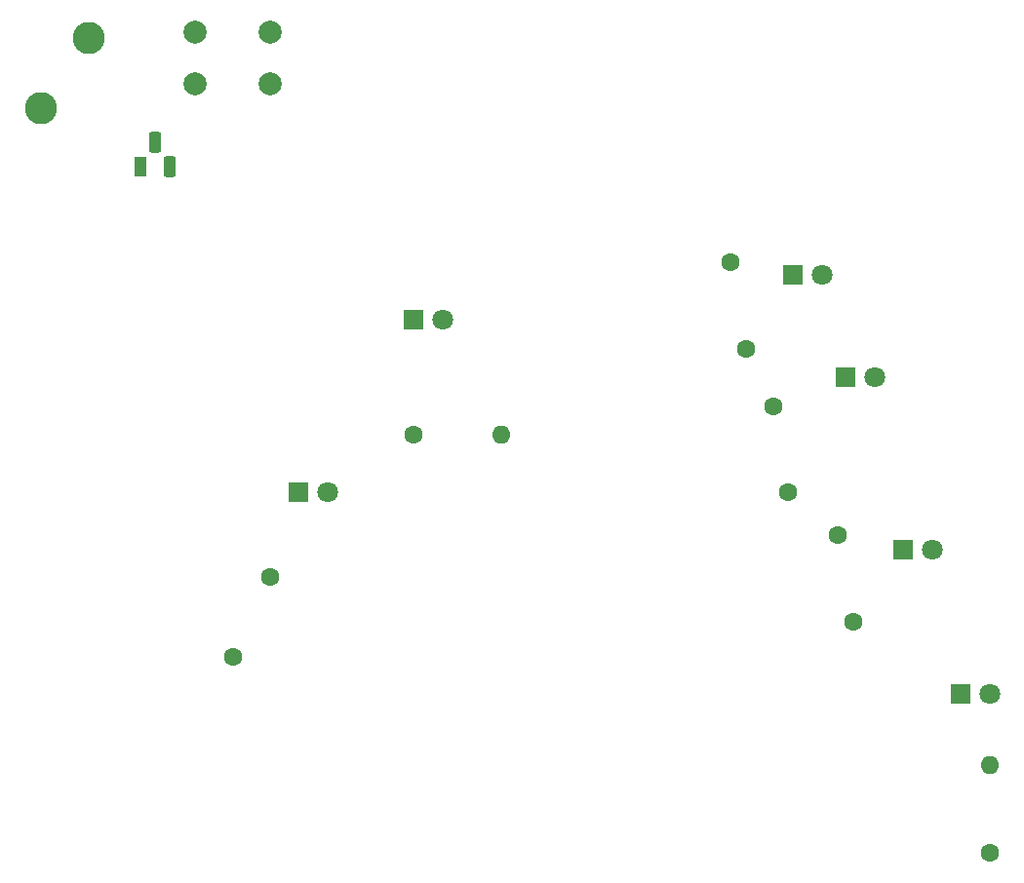
<source format=gbr>
%TF.GenerationSoftware,KiCad,Pcbnew,8.0.6*%
%TF.CreationDate,2025-04-24T17:11:33-04:00*%
%TF.ProjectId,hcsolder,6863736f-6c64-4657-922e-6b696361645f,rev?*%
%TF.SameCoordinates,Original*%
%TF.FileFunction,Soldermask,Bot*%
%TF.FilePolarity,Negative*%
%FSLAX46Y46*%
G04 Gerber Fmt 4.6, Leading zero omitted, Abs format (unit mm)*
G04 Created by KiCad (PCBNEW 8.0.6) date 2025-04-24 17:11:33*
%MOMM*%
%LPD*%
G01*
G04 APERTURE LIST*
G04 Aperture macros list*
%AMRoundRect*
0 Rectangle with rounded corners*
0 $1 Rounding radius*
0 $2 $3 $4 $5 $6 $7 $8 $9 X,Y pos of 4 corners*
0 Add a 4 corners polygon primitive as box body*
4,1,4,$2,$3,$4,$5,$6,$7,$8,$9,$2,$3,0*
0 Add four circle primitives for the rounded corners*
1,1,$1+$1,$2,$3*
1,1,$1+$1,$4,$5*
1,1,$1+$1,$6,$7*
1,1,$1+$1,$8,$9*
0 Add four rect primitives between the rounded corners*
20,1,$1+$1,$2,$3,$4,$5,0*
20,1,$1+$1,$4,$5,$6,$7,0*
20,1,$1+$1,$6,$7,$8,$9,0*
20,1,$1+$1,$8,$9,$2,$3,0*%
%AMHorizOval*
0 Thick line with rounded ends*
0 $1 width*
0 $2 $3 position (X,Y) of the first rounded end (center of the circle)*
0 $4 $5 position (X,Y) of the second rounded end (center of the circle)*
0 Add line between two ends*
20,1,$1,$2,$3,$4,$5,0*
0 Add two circle primitives to create the rounded ends*
1,1,$1,$2,$3*
1,1,$1,$4,$5*%
G04 Aperture macros list end*
%ADD10C,1.600000*%
%ADD11HorizOval,1.600000X0.000000X0.000000X0.000000X0.000000X0*%
%ADD12C,2.000000*%
%ADD13O,1.600000X1.600000*%
%ADD14R,1.800000X1.800000*%
%ADD15C,1.800000*%
%ADD16R,1.100000X1.800000*%
%ADD17RoundRect,0.275000X-0.275000X-0.625000X0.275000X-0.625000X0.275000X0.625000X-0.275000X0.625000X0*%
%ADD18C,2.800000*%
%ADD19HorizOval,1.600000X0.000000X0.000000X0.000000X0.000000X0*%
G04 APERTURE END LIST*
D10*
%TO.C,R4*%
X163676801Y-107495765D03*
D11*
X165000000Y-115000000D03*
%TD*%
D12*
%TO.C,SW1*%
X113500000Y-75000000D03*
X120000000Y-75000000D03*
X113500000Y-79500000D03*
X120000000Y-79500000D03*
%TD*%
D10*
%TO.C,R1*%
X132500000Y-110000000D03*
D13*
X140120000Y-110000000D03*
%TD*%
D10*
%TO.C,R5*%
X169338401Y-118747883D03*
D11*
X170661600Y-126252118D03*
%TD*%
D14*
%TO.C,D4*%
X170000000Y-105000000D03*
D15*
X172540000Y-105000000D03*
%TD*%
D16*
%TO.C,Q1*%
X108730000Y-86670000D03*
D17*
X110000000Y-84600000D03*
X111270000Y-86670000D03*
%TD*%
D10*
%TO.C,R6*%
X182500000Y-146310000D03*
D13*
X182500000Y-138690000D03*
%TD*%
D15*
%TO.C,D2*%
X125000000Y-115000000D03*
D14*
X122460000Y-115000000D03*
%TD*%
D10*
%TO.C,R3*%
X160000000Y-95000000D03*
D11*
X161323199Y-102504235D03*
%TD*%
D14*
%TO.C,D5*%
X174960000Y-120000000D03*
D15*
X177500000Y-120000000D03*
%TD*%
%TO.C,D3*%
X167940000Y-96070000D03*
D14*
X165400000Y-96070000D03*
%TD*%
%TO.C,D6*%
X179960000Y-132500000D03*
D15*
X182500000Y-132500000D03*
%TD*%
D18*
%TO.C,R7*%
X104320000Y-75550000D03*
X100092740Y-81587149D03*
%TD*%
D10*
%TO.C,R2*%
X120000000Y-122380000D03*
D19*
X116779649Y-129286065D03*
%TD*%
D14*
%TO.C,D1*%
X132460000Y-100000000D03*
D15*
X135000000Y-100000000D03*
%TD*%
M02*

</source>
